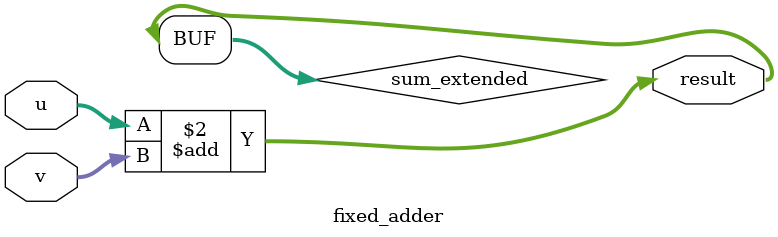
<source format=sv>
module fixed_adder #(
    parameter int WIDTH1 = 16,
    parameter int FRAC1  = 8,
    parameter int WIDTH2 = 16,
    parameter int FRAC2  = 8
) (
    input logic signed [WIDTH1-1:0] u,  // First fixed-point number
    input logic signed [WIDTH2-1:0] v,  // Second fixed-point number
    output logic signed [WIDTH1-1:0] result  // Result of addition and truncation
);
  localparam int n1 = WIDTH1 - FRAC1;
  localparam int m1 = FRAC1;
  localparam int n2 = WIDTH2 - FRAC2;
  localparam int m2 = FRAC2;

  // Temporary variable to hold the extended result
  logic signed [n1+m1-1:0] sum_extended;

  always_comb begin
    // Step 1: Align the fractional parts
    if (m1 > m2) begin
      // Shift v to match fractional bits of u
      sum_extended = u + (v <<< (m1 - m2));
    end else if (m2 > m1) begin
      // Shift u to match fractional bits of v
      sum_extended = (u <<< (m2 - m1)) + v;
    end else begin
      // No shift needed
      sum_extended = u + v;
    end

    // Step 2: Truncate the result to the desired width (n1 + m1)
    result = sum_extended[n1+m1-1:0];
  end
endmodule

</source>
